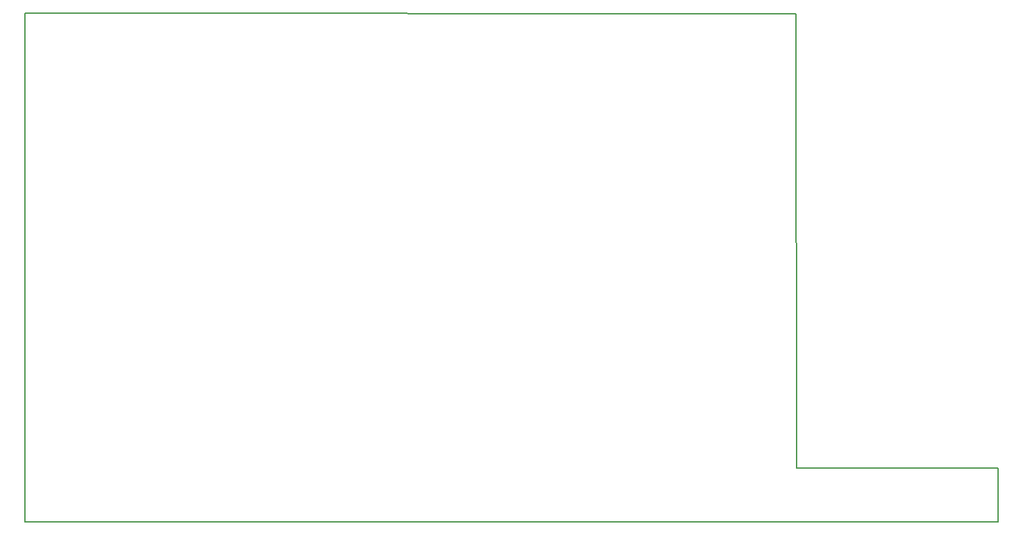
<source format=gbr>
G04 #@! TF.GenerationSoftware,KiCad,Pcbnew,8.0.6-8.0.6-0~ubuntu24.04.1*
G04 #@! TF.CreationDate,2025-03-07T13:19:29+05:30*
G04 #@! TF.ProjectId,DFTBoard,44465442-6f61-4726-942e-6b696361645f,rev?*
G04 #@! TF.SameCoordinates,Original*
G04 #@! TF.FileFunction,Profile,NP*
%FSLAX46Y46*%
G04 Gerber Fmt 4.6, Leading zero omitted, Abs format (unit mm)*
G04 Created by KiCad (PCBNEW 8.0.6-8.0.6-0~ubuntu24.04.1) date 2025-03-07 13:19:29*
%MOMM*%
%LPD*%
G01*
G04 APERTURE LIST*
G04 #@! TA.AperFunction,Profile*
%ADD10C,0.130000*%
G04 #@! TD*
G04 APERTURE END LIST*
D10*
X100000000Y-160000000D02*
X120000000Y-160000000D01*
X120000000Y-160000000D02*
X130000000Y-160000000D01*
X130000000Y-160000000D02*
X199500000Y-160000000D01*
X99995000Y-101180000D02*
X100000000Y-160000000D01*
X199510000Y-153110000D02*
X199490000Y-94480000D01*
X225580000Y-160000000D02*
X225570000Y-153110000D01*
X199500000Y-160000000D02*
X225580000Y-160000000D01*
X199490000Y-94480000D02*
X99970000Y-94420000D01*
X199510000Y-153110000D02*
X225570000Y-153110000D01*
X99995000Y-101180000D02*
X99970000Y-94420000D01*
M02*

</source>
